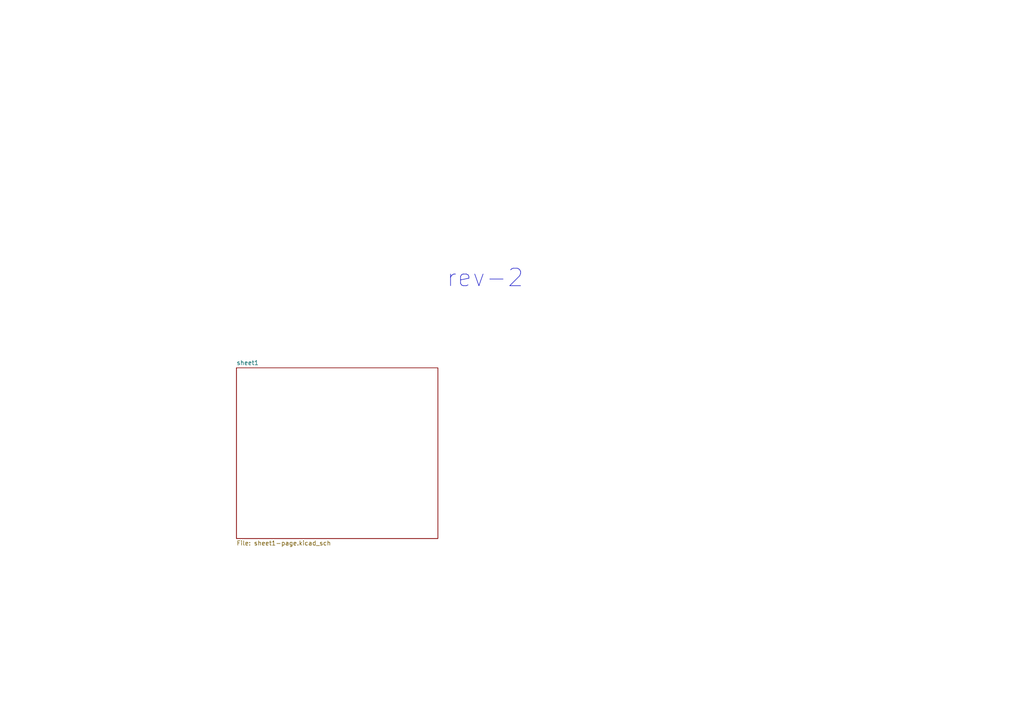
<source format=kicad_sch>
(kicad_sch
	(version 20231120)
	(generator "eeschema")
	(generator_version "8.0")
	(uuid "396724f0-1018-470f-8cbe-43f9bf3e51d0")
	(paper "A4")
	(lib_symbols)
	(text "rev-2"
		(exclude_from_sim no)
		(at 140.716 80.772 0)
		(effects
			(font
				(size 5.08 5.08)
			)
		)
		(uuid "4cc1ac8a-b3c0-48e3-9bff-262b35e943f5")
	)
	(sheet
		(at 68.58 106.68)
		(size 58.42 49.53)
		(fields_autoplaced yes)
		(stroke
			(width 0.1524)
			(type solid)
		)
		(fill
			(color 0 0 0 0.0000)
		)
		(uuid "04d7a16a-fbb8-489f-87be-6dc4113bb1b5")
		(property "Sheetname" "sheet1"
			(at 68.58 105.9684 0)
			(effects
				(font
					(size 1.27 1.27)
				)
				(justify left bottom)
			)
		)
		(property "Sheetfile" "sheet1-page.kicad_sch"
			(at 68.58 156.7946 0)
			(effects
				(font
					(size 1.27 1.27)
				)
				(justify left top)
			)
		)
		(instances
			(project "cp-test-project"
				(path "/396724f0-1018-470f-8cbe-43f9bf3e51d0"
					(page "2")
				)
			)
		)
	)
	(sheet_instances
		(path "/"
			(page "1")
		)
	)
)

</source>
